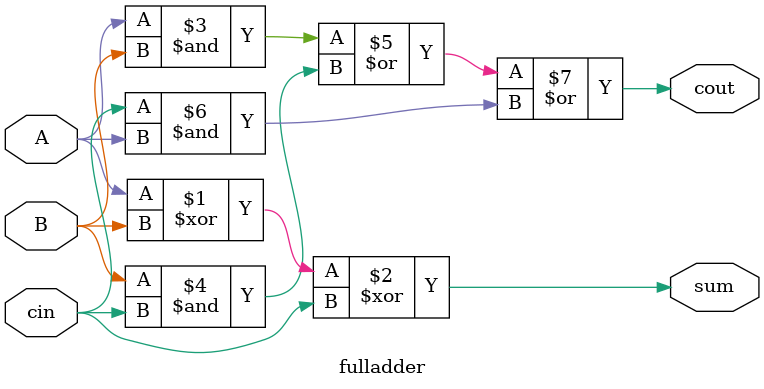
<source format=v>
`timescale 1ns / 1ps


module fulladder(
    input  A,
    input  B,
    input cin,
    output  sum,
    output cout
    );
    assign sum=A^B^cin;
    assign cout=(A&B)|(B&cin)|(cin&A);
endmodule

</source>
